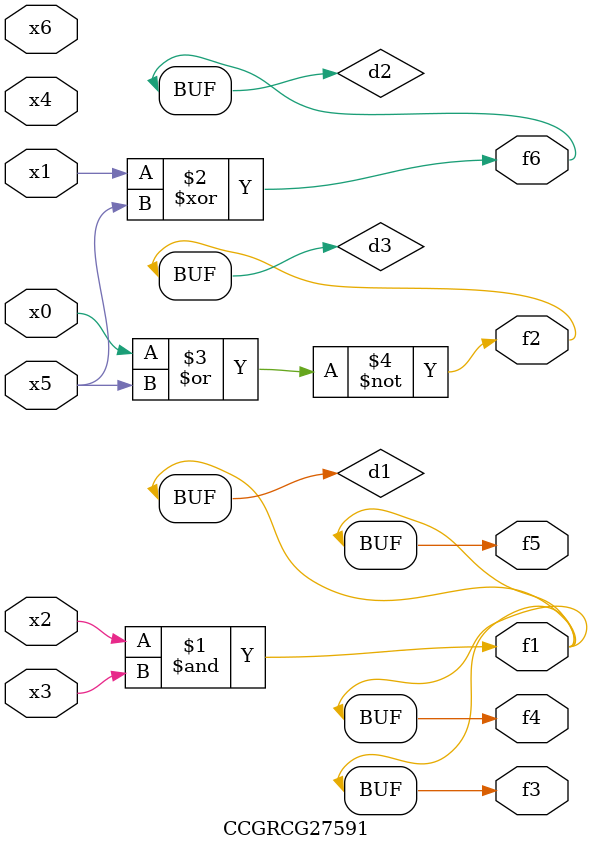
<source format=v>
module CCGRCG27591(
	input x0, x1, x2, x3, x4, x5, x6,
	output f1, f2, f3, f4, f5, f6
);

	wire d1, d2, d3;

	and (d1, x2, x3);
	xor (d2, x1, x5);
	nor (d3, x0, x5);
	assign f1 = d1;
	assign f2 = d3;
	assign f3 = d1;
	assign f4 = d1;
	assign f5 = d1;
	assign f6 = d2;
endmodule

</source>
